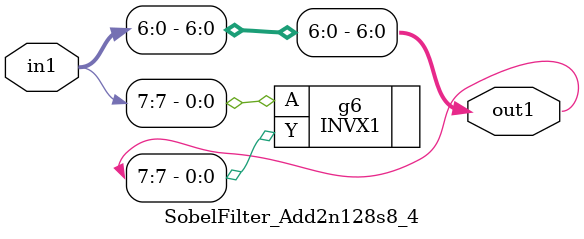
<source format=v>
`timescale 1ps / 1ps


module SobelFilter_Add2n128s8_4(in1, out1);
  input [7:0] in1;
  output [7:0] out1;
  wire [7:0] in1;
  wire [7:0] out1;
  assign out1[0] = in1[0];
  assign out1[1] = in1[1];
  assign out1[2] = in1[2];
  assign out1[3] = in1[3];
  assign out1[4] = in1[4];
  assign out1[5] = in1[5];
  assign out1[6] = in1[6];
  INVX1 g6(.A (in1[7]), .Y (out1[7]));
endmodule


</source>
